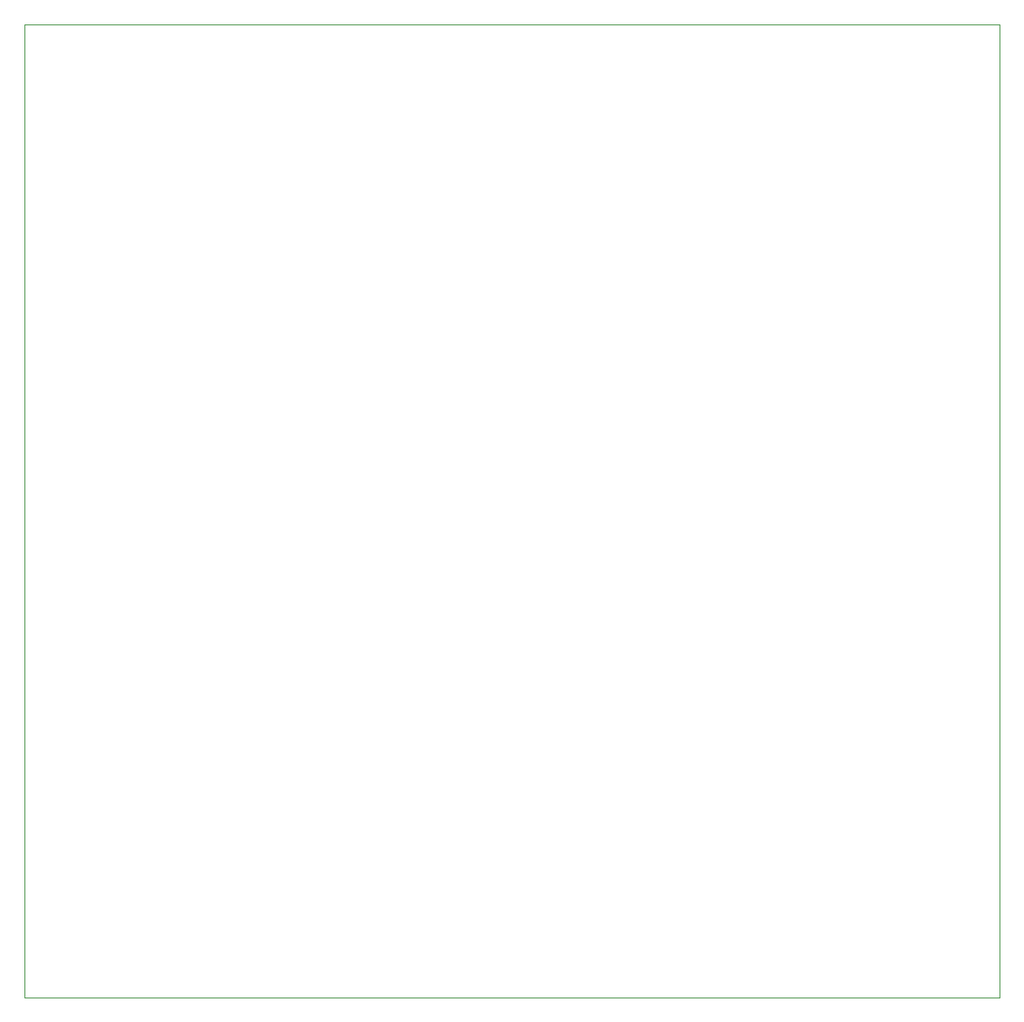
<source format=gbr>
%TF.GenerationSoftware,KiCad,Pcbnew,9.0.2*%
%TF.CreationDate,2025-07-31T17:55:32-05:00*%
%TF.ProjectId,highway,68696768-7761-4792-9e6b-696361645f70,rev?*%
%TF.SameCoordinates,Original*%
%TF.FileFunction,Profile,NP*%
%FSLAX46Y46*%
G04 Gerber Fmt 4.6, Leading zero omitted, Abs format (unit mm)*
G04 Created by KiCad (PCBNEW 9.0.2) date 2025-07-31 17:55:32*
%MOMM*%
%LPD*%
G01*
G04 APERTURE LIST*
%TA.AperFunction,Profile*%
%ADD10C,0.050000*%
%TD*%
G04 APERTURE END LIST*
D10*
X71000000Y-16793750D02*
X168886250Y-16793750D01*
X168886250Y-114506250D01*
X71000000Y-114506250D01*
X71000000Y-16793750D01*
M02*

</source>
